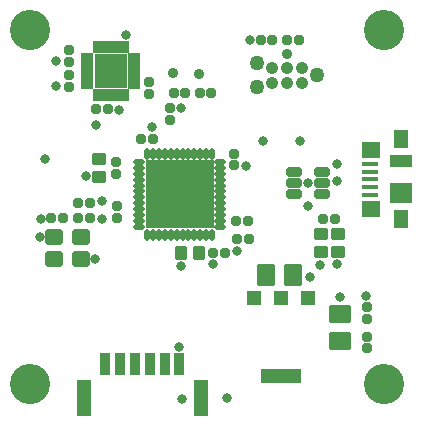
<source format=gbr>
%TF.GenerationSoftware,Altium Limited,Altium Designer,24.6.1 (21)*%
G04 Layer_Color=8388736*
%FSLAX45Y45*%
%MOMM*%
%TF.SameCoordinates,998BC942-C911-4A9E-BC0A-61954E215518*%
%TF.FilePolarity,Negative*%
%TF.FileFunction,Soldermask,Top*%
%TF.Part,Single*%
G01*
G75*
%TA.AperFunction,SMDPad,CuDef*%
%ADD14R,3.50000X1.25000*%
%ADD15R,1.25000X1.25000*%
%TA.AperFunction,ConnectorPad*%
%ADD24R,1.30000X1.65000*%
%ADD25R,1.90000X1.80000*%
%ADD26R,1.90000X1.00000*%
%ADD27R,1.55000X1.42500*%
%ADD28R,1.38000X0.45000*%
%TA.AperFunction,SMDPad,CuDef*%
G04:AMPARAMS|DCode=52|XSize=0.8032mm|YSize=0.9032mm|CornerRadius=0.1766mm|HoleSize=0mm|Usage=FLASHONLY|Rotation=90.000|XOffset=0mm|YOffset=0mm|HoleType=Round|Shape=RoundedRectangle|*
%AMROUNDEDRECTD52*
21,1,0.80320,0.55000,0,0,90.0*
21,1,0.45000,0.90320,0,0,90.0*
1,1,0.35320,0.27500,0.22500*
1,1,0.35320,0.27500,-0.22500*
1,1,0.35320,-0.27500,-0.22500*
1,1,0.35320,-0.27500,0.22500*
%
%ADD52ROUNDEDRECTD52*%
%ADD53O,1.00320X0.45320*%
%ADD54O,0.45320X1.00320*%
%ADD55R,5.80320X5.80320*%
G04:AMPARAMS|DCode=56|XSize=1.6032mm|YSize=1.9032mm|CornerRadius=0.2766mm|HoleSize=0mm|Usage=FLASHONLY|Rotation=270.000|XOffset=0mm|YOffset=0mm|HoleType=Round|Shape=RoundedRectangle|*
%AMROUNDEDRECTD56*
21,1,1.60320,1.35000,0,0,270.0*
21,1,1.05000,1.90320,0,0,270.0*
1,1,0.55320,-0.67500,-0.52500*
1,1,0.55320,-0.67500,0.52500*
1,1,0.55320,0.67500,0.52500*
1,1,0.55320,0.67500,-0.52500*
%
%ADD56ROUNDEDRECTD56*%
%ADD57R,0.55320X1.00320*%
%ADD58R,1.05320X0.55320*%
%ADD59R,2.80320X2.90320*%
G04:AMPARAMS|DCode=60|XSize=1.0032mm|YSize=1.2032mm|CornerRadius=0.2016mm|HoleSize=0mm|Usage=FLASHONLY|Rotation=0.000|XOffset=0mm|YOffset=0mm|HoleType=Round|Shape=RoundedRectangle|*
%AMROUNDEDRECTD60*
21,1,1.00320,0.80000,0,0,0.0*
21,1,0.60000,1.20320,0,0,0.0*
1,1,0.40320,0.30000,-0.40000*
1,1,0.40320,-0.30000,-0.40000*
1,1,0.40320,-0.30000,0.40000*
1,1,0.40320,0.30000,0.40000*
%
%ADD60ROUNDEDRECTD60*%
G04:AMPARAMS|DCode=61|XSize=1.5032mm|YSize=1.3032mm|CornerRadius=0.1566mm|HoleSize=0mm|Usage=FLASHONLY|Rotation=0.000|XOffset=0mm|YOffset=0mm|HoleType=Round|Shape=RoundedRectangle|*
%AMROUNDEDRECTD61*
21,1,1.50320,0.99000,0,0,0.0*
21,1,1.19000,1.30320,0,0,0.0*
1,1,0.31320,0.59500,-0.49500*
1,1,0.31320,-0.59500,-0.49500*
1,1,0.31320,-0.59500,0.49500*
1,1,0.31320,0.59500,0.49500*
%
%ADD61ROUNDEDRECTD61*%
G04:AMPARAMS|DCode=62|XSize=0.8032mm|YSize=0.9032mm|CornerRadius=0.1766mm|HoleSize=0mm|Usage=FLASHONLY|Rotation=180.000|XOffset=0mm|YOffset=0mm|HoleType=Round|Shape=RoundedRectangle|*
%AMROUNDEDRECTD62*
21,1,0.80320,0.55000,0,0,180.0*
21,1,0.45000,0.90320,0,0,180.0*
1,1,0.35320,-0.22500,0.27500*
1,1,0.35320,0.22500,0.27500*
1,1,0.35320,0.22500,-0.27500*
1,1,0.35320,-0.22500,-0.27500*
%
%ADD62ROUNDEDRECTD62*%
G04:AMPARAMS|DCode=63|XSize=1.0032mm|YSize=1.2032mm|CornerRadius=0.2016mm|HoleSize=0mm|Usage=FLASHONLY|Rotation=90.000|XOffset=0mm|YOffset=0mm|HoleType=Round|Shape=RoundedRectangle|*
%AMROUNDEDRECTD63*
21,1,1.00320,0.80000,0,0,90.0*
21,1,0.60000,1.20320,0,0,90.0*
1,1,0.40320,0.40000,0.30000*
1,1,0.40320,0.40000,-0.30000*
1,1,0.40320,-0.40000,-0.30000*
1,1,0.40320,-0.40000,0.30000*
%
%ADD63ROUNDEDRECTD63*%
G04:AMPARAMS|DCode=64|XSize=0.8032mm|YSize=1.4032mm|CornerRadius=0.1766mm|HoleSize=0mm|Usage=FLASHONLY|Rotation=90.000|XOffset=0mm|YOffset=0mm|HoleType=Round|Shape=RoundedRectangle|*
%AMROUNDEDRECTD64*
21,1,0.80320,1.05000,0,0,90.0*
21,1,0.45000,1.40320,0,0,90.0*
1,1,0.35320,0.52500,0.22500*
1,1,0.35320,0.52500,-0.22500*
1,1,0.35320,-0.52500,-0.22500*
1,1,0.35320,-0.52500,0.22500*
%
%ADD64ROUNDEDRECTD64*%
%ADD65R,1.20320X3.10320*%
%ADD66R,0.85320X1.90320*%
%TA.AperFunction,BGAPad,CuDef*%
%ADD67C,1.06620*%
%TA.AperFunction,SMDPad,CuDef*%
G04:AMPARAMS|DCode=68|XSize=1.6032mm|YSize=1.9032mm|CornerRadius=0.2766mm|HoleSize=0mm|Usage=FLASHONLY|Rotation=180.000|XOffset=0mm|YOffset=0mm|HoleType=Round|Shape=RoundedRectangle|*
%AMROUNDEDRECTD68*
21,1,1.60320,1.35000,0,0,180.0*
21,1,1.05000,1.90320,0,0,180.0*
1,1,0.55320,-0.52500,0.67500*
1,1,0.55320,0.52500,0.67500*
1,1,0.55320,0.52500,-0.67500*
1,1,0.55320,-0.52500,-0.67500*
%
%ADD68ROUNDEDRECTD68*%
%TA.AperFunction,ViaPad*%
%ADD69C,3.40320*%
%TA.AperFunction,ComponentPad*%
%ADD70C,1.27020*%
%TA.AperFunction,ViaPad*%
%ADD71C,0.80320*%
%ADD72C,0.70320*%
%ADD73C,0.90320*%
D14*
X10525000Y5570500D02*
D03*
D15*
X10296000Y6229500D02*
D03*
X10525000D02*
D03*
X10754000D02*
D03*
D24*
X11540000Y6895000D02*
D03*
Y7570000D02*
D03*
D25*
Y7117500D02*
D03*
D26*
Y7387500D02*
D03*
D27*
X11282500Y6983750D02*
D03*
Y7481250D02*
D03*
D28*
X11274000Y7102500D02*
D03*
Y7167500D02*
D03*
Y7232500D02*
D03*
Y7297500D02*
D03*
Y7362500D02*
D03*
D52*
X9407500Y8052500D02*
D03*
Y7952500D02*
D03*
X8725000Y8227500D02*
D03*
Y8327500D02*
D03*
Y8017500D02*
D03*
Y8117500D02*
D03*
X9130000Y7280000D02*
D03*
Y7380000D02*
D03*
X9132500Y7007500D02*
D03*
Y6907500D02*
D03*
X11250000Y5900000D02*
D03*
Y5800000D02*
D03*
Y6150000D02*
D03*
Y6050000D02*
D03*
X9587500Y7837500D02*
D03*
Y7737500D02*
D03*
X10130000Y7450000D02*
D03*
Y7350000D02*
D03*
D53*
X9325000Y7380000D02*
D03*
Y7330000D02*
D03*
Y7280000D02*
D03*
Y7230000D02*
D03*
Y7180000D02*
D03*
Y7130000D02*
D03*
Y7080000D02*
D03*
Y7030000D02*
D03*
Y6980000D02*
D03*
Y6930000D02*
D03*
Y6880000D02*
D03*
Y6830000D02*
D03*
X10005000D02*
D03*
Y6880000D02*
D03*
Y6930000D02*
D03*
Y6980000D02*
D03*
Y7030000D02*
D03*
Y7080000D02*
D03*
Y7130000D02*
D03*
Y7180000D02*
D03*
Y7230000D02*
D03*
Y7280000D02*
D03*
Y7330000D02*
D03*
Y7380000D02*
D03*
D54*
X9390000Y6765000D02*
D03*
X9440000D02*
D03*
X9490000D02*
D03*
X9540000D02*
D03*
X9590000D02*
D03*
X9640000D02*
D03*
X9690000D02*
D03*
X9740000D02*
D03*
X9790000D02*
D03*
X9840000D02*
D03*
X9890000D02*
D03*
X9940000D02*
D03*
Y7445000D02*
D03*
X9890000D02*
D03*
X9840000D02*
D03*
X9790000D02*
D03*
X9740000D02*
D03*
X9690000D02*
D03*
X9640000D02*
D03*
X9590000D02*
D03*
X9540000D02*
D03*
X9490000D02*
D03*
X9440000D02*
D03*
X9390000D02*
D03*
D55*
X9665000Y7105000D02*
D03*
D56*
X11025000Y6089300D02*
D03*
Y5860700D02*
D03*
D57*
X9207500Y8350000D02*
D03*
X9157500D02*
D03*
X9107500D02*
D03*
X9057500D02*
D03*
X9007500D02*
D03*
X8957500D02*
D03*
X9207500Y7950000D02*
D03*
X9157500D02*
D03*
X9107500D02*
D03*
X9057500D02*
D03*
X9007500D02*
D03*
X8957500D02*
D03*
D58*
X8885000Y8275000D02*
D03*
Y8225000D02*
D03*
Y8175000D02*
D03*
Y8125000D02*
D03*
Y8075000D02*
D03*
Y8025000D02*
D03*
X9280000Y8275000D02*
D03*
Y8225000D02*
D03*
Y8175000D02*
D03*
Y8125000D02*
D03*
Y8075000D02*
D03*
Y8025000D02*
D03*
D59*
X9082500Y8150000D02*
D03*
D60*
X9830000Y6607500D02*
D03*
X9680000D02*
D03*
D61*
X8600000Y6745000D02*
D03*
Y6555000D02*
D03*
X8830000Y6745000D02*
D03*
Y6555000D02*
D03*
D62*
X8902500Y7030000D02*
D03*
X8802500D02*
D03*
X8580000Y6905000D02*
D03*
X8680000D02*
D03*
X8902500D02*
D03*
X8802500D02*
D03*
X9440000Y7570000D02*
D03*
X9340000D02*
D03*
X8957500Y7825000D02*
D03*
X9057500D02*
D03*
X10351000Y8409500D02*
D03*
X10451000D02*
D03*
X10576000D02*
D03*
X10676000D02*
D03*
X10883500Y6892500D02*
D03*
X10983500D02*
D03*
X9715000Y7965000D02*
D03*
X9615000D02*
D03*
X9835000D02*
D03*
X9935000D02*
D03*
X10150000Y6725000D02*
D03*
X10250000D02*
D03*
X10145000Y6880000D02*
D03*
X10245000D02*
D03*
X10047500Y6610000D02*
D03*
X9947500D02*
D03*
D63*
X8980000Y7405000D02*
D03*
Y7255000D02*
D03*
X10858500Y6767500D02*
D03*
Y6617500D02*
D03*
X11008500Y6767500D02*
D03*
Y6617500D02*
D03*
D64*
X10630000Y7105000D02*
D03*
Y7200000D02*
D03*
Y7295000D02*
D03*
X10870000D02*
D03*
Y7200000D02*
D03*
Y7105000D02*
D03*
D65*
X9847500Y5385000D02*
D03*
X8852500D02*
D03*
D66*
X9662500Y5665000D02*
D03*
X9287500D02*
D03*
X9537500D02*
D03*
X9412500D02*
D03*
X9162500D02*
D03*
X9037500D02*
D03*
D67*
X10446000Y8050000D02*
D03*
X10573000D02*
D03*
X10700000D02*
D03*
X10446000Y8177000D02*
D03*
X10573000D02*
D03*
X10700000D02*
D03*
D68*
X10395700Y6422500D02*
D03*
X10624300D02*
D03*
D69*
X8400000Y8500000D02*
D03*
X11400000D02*
D03*
Y5500000D02*
D03*
X8400000D02*
D03*
D70*
X10319000Y8215100D02*
D03*
Y8011900D02*
D03*
X10827000Y8113500D02*
D03*
D71*
X10262500Y8410000D02*
D03*
X9432500Y7675000D02*
D03*
X9150000Y7820000D02*
D03*
X9675000Y7832500D02*
D03*
X9207500Y8455000D02*
D03*
X8620000Y8230000D02*
D03*
Y8020000D02*
D03*
X10750000Y7205000D02*
D03*
X9662500Y5810000D02*
D03*
X10750000Y7007500D02*
D03*
X10995000Y7362500D02*
D03*
Y7215000D02*
D03*
X10685000Y7560000D02*
D03*
X10372500Y7557500D02*
D03*
X8955000Y7695000D02*
D03*
X8522500Y7407500D02*
D03*
X8950000Y6560000D02*
D03*
X9947500Y6517500D02*
D03*
X9682500Y5375000D02*
D03*
X10065000Y5377500D02*
D03*
X10852500Y6510000D02*
D03*
X11022500Y6232500D02*
D03*
X11001885Y6513925D02*
D03*
X10767500Y6405000D02*
D03*
X11247500Y6242500D02*
D03*
X10227500Y7347500D02*
D03*
X10150000Y6627500D02*
D03*
X9677500Y6497500D02*
D03*
X8870000Y7257500D02*
D03*
X9010000Y7050000D02*
D03*
X8480000Y6740000D02*
D03*
X8490000Y6900000D02*
D03*
X9010000D02*
D03*
D72*
X9445000Y7325000D02*
D03*
X9555000D02*
D03*
X9665000D02*
D03*
X9775000D02*
D03*
X9885000D02*
D03*
X9445000Y7215000D02*
D03*
X9555000D02*
D03*
X9665000D02*
D03*
X9775000D02*
D03*
X9885000D02*
D03*
X9445000Y7105000D02*
D03*
X9555000D02*
D03*
X9665000D02*
D03*
X9775000D02*
D03*
X9885000D02*
D03*
X9445000Y6995000D02*
D03*
X9555000D02*
D03*
X9665000D02*
D03*
X9775000D02*
D03*
X9885000D02*
D03*
X9445000Y6885000D02*
D03*
X9555000D02*
D03*
X9665000D02*
D03*
X9775000D02*
D03*
X9885000D02*
D03*
X9027500Y8205000D02*
D03*
Y8095000D02*
D03*
X9137500D02*
D03*
Y8205000D02*
D03*
D73*
X10574500Y8293250D02*
D03*
X9831497Y8127329D02*
D03*
X9612500Y8130000D02*
D03*
%TF.MD5,08d6d1159fe557c0c5a271865122a97d*%
M02*

</source>
